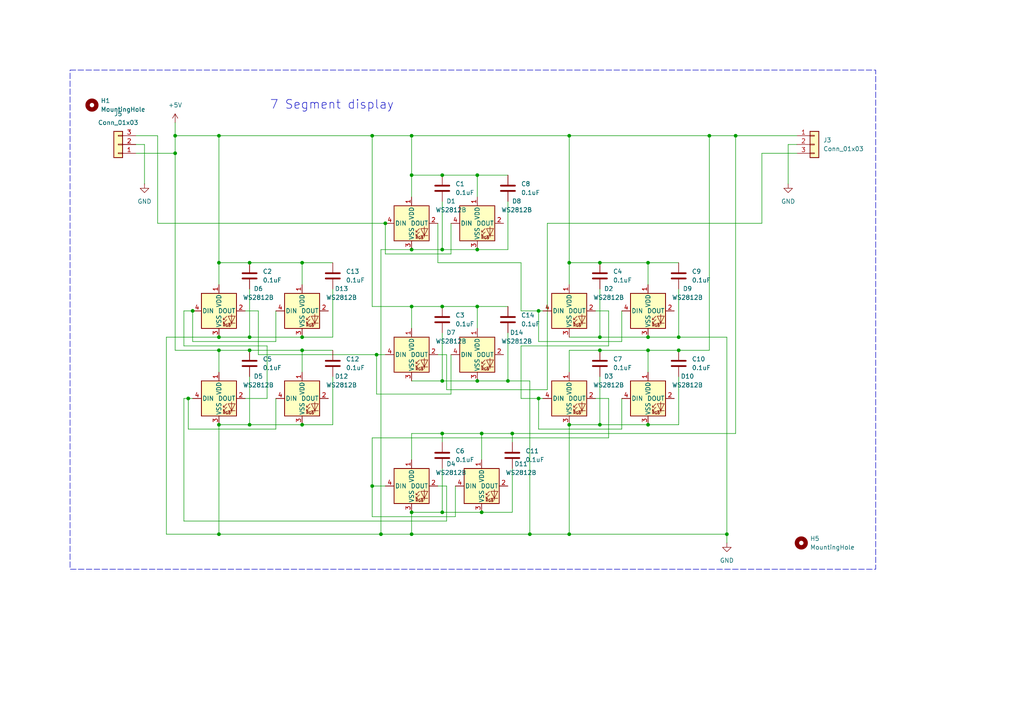
<source format=kicad_sch>
(kicad_sch (version 20250114) (generator "eeschema") (generator_version "9.0")
  (paper "A4")
  (lib_symbols
    (symbol "Connector_Generic:Conn_01x03" (pin_names (offset 1.016) (hide yes))
      (property "Reference" "J" (at 0 5.08 0))
      (property "Value" "Conn_01x03" (at 0 -5.08 0))
      (symbol "Conn_01x03_1_1"
        (rectangle (start -1.27 3.81) (end 1.27 -3.81) (stroke (width 0.254)) (fill (type background)))
        (rectangle (start -1.27 2.667) (end 0 2.413) (stroke (width 0.1524)))
        (rectangle (start -1.27 0.127) (end 0 -0.127) (stroke (width 0.1524)))
        (rectangle (start -1.27 -2.413) (end 0 -2.667) (stroke (width 0.1524)))
        (pin passive line (at -5.08 2.54 0) (length 3.81) (name "Pin_1") (number "1"))
        (pin passive line (at -5.08 0 0) (length 3.81) (name "Pin_2") (number "2"))
        (pin passive line (at -5.08 -2.54 0) (length 3.81) (name "Pin_3") (number "3"))
      )
    )
    (symbol "Device:C" (pin_numbers (hide yes)) (pin_names (offset 0.254))
      (property "Reference" "C" (at 0.635 2.54 0))
      (property "Value" "C" (at 0.635 -2.54 0))
      (symbol "C_0_1"
        (polyline (pts (xy -2.032 0.762) (xy 2.032 0.762)) (stroke (width 0.508)))
        (polyline (pts (xy -2.032 -0.762) (xy 2.032 -0.762)) (stroke (width 0.508)))
      )
      (symbol "C_1_1"
        (pin passive line (at 0 3.81 270) (length 2.794) (name "~") (number "1"))
        (pin passive line (at 0 -3.81 90) (length 2.794) (name "~") (number "2"))
      )
    )
    (symbol "LED:WS2812B" (pin_names (offset 0.254))
      (property "Reference" "D" (at 5.08 5.715 0))
      (property "Value" "WS2812B" (at 1.27 -5.715 0))
      (symbol "WS2812B_0_0"
        (text "RGB" (at 2.286 -4.191 0) (effects (font (size 0.762 0.762))))
      )
      (symbol "WS2812B_0_1"
        (polyline (pts (xy 1.27 -2.54) (xy 1.778 -2.54)))
        (polyline (pts (xy 1.27 -3.556) (xy 1.778 -3.556)))
        (polyline (pts (xy 2.286 -1.524) (xy 1.27 -2.54) (xy 1.27 -2.032)))
        (polyline (pts (xy 2.286 -2.54) (xy 1.27 -3.556) (xy 1.27 -3.048)))
        (polyline (pts (xy 3.683 -1.016) (xy 3.683 -3.556) (xy 3.683 -4.064)))
        (polyline (pts (xy 4.699 -1.524) (xy 2.667 -1.524) (xy 3.683 -3.556) (xy 4.699 -1.524)))
        (polyline (pts (xy 4.699 -3.556) (xy 2.667 -3.556)))
        (rectangle (start 5.08 5.08) (end -5.08 -5.08) (stroke (width 0.254)) (fill (type background)))
      )
      (symbol "WS2812B_1_1"
        (pin input line (at -7.62 0 0) (length 2.54) (name "DIN") (number "4"))
        (pin power_in line (at 0 7.62 270) (length 2.54) (name "VDD") (number "1"))
        (pin power_in line (at 0 -7.62 90) (length 2.54) (name "VSS") (number "3"))
        (pin output line (at 7.62 0 180) (length 2.54) (name "DOUT") (number "2"))
      )
    )
    (symbol "Mechanical:MountingHole" (pin_names (offset 1.016)) (in_bom no)
      (property "Reference" "H" (at 0 5.08 0))
      (property "Value" "MountingHole" (at 0 3.175 0))
      (symbol "MountingHole_0_1"
        (circle (center 0 0) (radius 1.27) (stroke (width 1.27)))
      )
    )
    (symbol "power:+5V" (power) (pin_numbers (hide yes)) (pin_names (offset 0) (hide yes))
      (property "Value" "+5V" (at 0 3.556 0))
      (symbol "+5V_0_1"
        (polyline (pts (xy -0.762 1.27) (xy 0 2.54)))
        (polyline (pts (xy 0 2.54) (xy 0.762 1.27)))
        (polyline (pts (xy 0 0) (xy 0 2.54)))
      )
      (symbol "+5V_1_1"
        (pin power_in line (at 0 0 90) (length 0) (name "~") (number "1"))
      )
    )
    (symbol "power:GND" (power) (pin_numbers (hide yes)) (pin_names (offset 0) (hide yes))
      (property "Value" "GND" (at 0 -3.81 0))
      (symbol "GND_0_1"
        (polyline (pts (xy 0 0) (xy 0 -1.27) (xy 1.27 -1.27) (xy 0 -2.54) (xy -1.27 -1.27) (xy 0 -1.27)))
      )
      (symbol "GND_1_1"
        (pin power_in line (at 0 0 270) (length 0) (name "~") (number "1"))
      )
    )
  )
  (rectangle (start 20.32 20.32) (end 254 165.1) (stroke (width 0) (type dash)))
  (text "7 Segment display" (at 96.266 30.48 0) (effects (font (size 2.54 2.54))))
  (junction (at 173.99 97.79))
  (junction (at 187.96 76.2))
  (junction (at 87.63 123.19))
  (junction (at 187.96 123.19))
  (junction (at 107.95 39.37))
  (junction (at 72.39 76.2))
  (junction (at 128.27 50.8))
  (junction (at 138.43 110.49))
  (junction (at 128.27 72.39))
  (junction (at 156.21 90.17))
  (junction (at 147.32 110.49))
  (junction (at 205.74 39.37))
  (junction (at 165.1 39.37))
  (junction (at 128.27 148.59))
  (junction (at 63.5 76.2))
  (junction (at 153.67 154.94))
  (junction (at 148.59 125.73))
  (junction (at 63.5 154.94))
  (junction (at 63.5 39.37))
  (junction (at 87.63 97.79))
  (junction (at 138.43 88.9))
  (junction (at 213.36 39.37))
  (junction (at 196.85 101.6))
  (junction (at 139.7 125.73))
  (junction (at 55.88 90.17))
  (junction (at 109.22 102.87))
  (junction (at 128.27 110.49))
  (junction (at 119.38 154.94))
  (junction (at 138.43 72.39))
  (junction (at 173.99 76.2))
  (junction (at 50.8 44.45))
  (junction (at 107.95 140.97))
  (junction (at 72.39 123.19))
  (junction (at 119.38 39.37))
  (junction (at 50.8 39.37))
  (junction (at 87.63 101.6))
  (junction (at 63.5 101.6))
  (junction (at 210.82 154.94))
  (junction (at 138.43 50.8))
  (junction (at 128.27 125.73))
  (junction (at 139.7 148.59))
  (junction (at 119.38 50.8))
  (junction (at 196.85 97.79))
  (junction (at 119.38 88.9))
  (junction (at 119.38 148.59))
  (junction (at 156.21 115.57))
  (junction (at 54.61 115.57))
  (junction (at 63.5 97.79))
  (junction (at 87.63 76.2))
  (junction (at 187.96 101.6))
  (junction (at 128.27 88.9))
  (junction (at 187.96 97.79))
  (junction (at 63.5 123.19))
  (junction (at 110.49 154.94))
  (junction (at 72.39 101.6))
  (junction (at 165.1 76.2))
  (junction (at 119.38 72.39))
  (junction (at 165.1 154.94))
  (junction (at 165.1 123.19))
  (junction (at 72.39 97.79))
  (junction (at 173.99 101.6))
  (junction (at 173.99 123.19))
  (junction (at 111.76 64.77))
  (wire (pts (xy 74.93 102.87) (xy 109.22 102.87)))
  (wire (pts (xy 72.39 76.2) (xy 87.63 76.2)))
  (wire (pts (xy 128.27 135.89) (xy 128.27 148.59)))
  (wire (pts (xy 196.85 109.22) (xy 196.85 123.19)))
  (wire (pts (xy 107.95 140.97) (xy 107.95 149.86)))
  (wire (pts (xy 151.13 90.17) (xy 156.21 90.17)))
  (wire (pts (xy 138.43 88.9) (xy 138.43 95.25)))
  (wire (pts (xy 151.13 90.17) (xy 151.13 76.2)))
  (wire (pts (xy 74.93 90.17) (xy 74.93 102.87)))
  (wire (pts (xy 53.34 151.13) (xy 129.54 151.13)))
  (wire (pts (xy 138.43 72.39) (xy 147.32 72.39)))
  (wire (pts (xy 213.36 39.37) (xy 231.14 39.37)))
  (wire (pts (xy 187.96 97.79) (xy 196.85 97.79)))
  (wire (pts (xy 156.21 90.17) (xy 156.21 99.06)))
  (wire (pts (xy 80.01 124.46) (xy 80.01 115.57)))
  (wire (pts (xy 80.01 99.06) (xy 80.01 90.17)))
  (wire (pts (xy 187.96 76.2) (xy 187.96 82.55)))
  (wire (pts (xy 228.6 41.91) (xy 228.6 53.34)))
  (wire (pts (xy 41.91 41.91) (xy 41.91 53.34)))
  (wire (pts (xy 165.1 76.2) (xy 165.1 82.55)))
  (wire (pts (xy 153.67 154.94) (xy 165.1 154.94)))
  (wire (pts (xy 151.13 100.33) (xy 151.13 115.57)))
  (wire (pts (xy 173.99 123.19) (xy 165.1 123.19)))
  (wire (pts (xy 63.5 39.37) (xy 63.5 76.2)))
  (wire (pts (xy 45.72 64.77) (xy 111.76 64.77)))
  (wire (pts (xy 128.27 148.59) (xy 119.38 148.59)))
  (wire (pts (xy 176.53 100.33) (xy 151.13 100.33)))
  (wire (pts (xy 139.7 133.35) (xy 139.7 125.73)))
  (wire (pts (xy 148.59 148.59) (xy 139.7 148.59)))
  (wire (pts (xy 119.38 154.94) (xy 153.67 154.94)))
  (wire (pts (xy 48.26 97.79) (xy 48.26 154.94)))
  (wire (pts (xy 153.67 110.49) (xy 153.67 154.94)))
  (wire (pts (xy 107.95 140.97) (xy 111.76 140.97)))
  (wire (pts (xy 147.32 72.39) (xy 147.32 58.42)))
  (wire (pts (xy 187.96 101.6) (xy 196.85 101.6)))
  (wire (pts (xy 96.52 109.22) (xy 96.52 123.19)))
  (wire (pts (xy 53.34 90.17) (xy 55.88 90.17)))
  (wire (pts (xy 156.21 99.06) (xy 180.34 99.06)))
  (wire (pts (xy 110.49 72.39) (xy 110.49 154.94)))
  (wire (pts (xy 110.49 154.94) (xy 119.38 154.94)))
  (wire (pts (xy 173.99 97.79) (xy 187.96 97.79)))
  (wire (pts (xy 128.27 110.49) (xy 138.43 110.49)))
  (wire (pts (xy 205.74 39.37) (xy 213.36 39.37)))
  (wire (pts (xy 128.27 125.73) (xy 128.27 128.27)))
  (wire (pts (xy 138.43 110.49) (xy 147.32 110.49)))
  (wire (pts (xy 54.61 124.46) (xy 80.01 124.46)))
  (wire (pts (xy 77.47 100.33) (xy 77.47 115.57)))
  (wire (pts (xy 196.85 101.6) (xy 205.74 101.6)))
  (wire (pts (xy 158.75 64.77) (xy 220.98 64.77)))
  (wire (pts (xy 119.38 125.73) (xy 128.27 125.73)))
  (wire (pts (xy 72.39 109.22) (xy 72.39 123.19)))
  (wire (pts (xy 158.75 64.77) (xy 158.75 113.03)))
  (wire (pts (xy 151.13 115.57) (xy 156.21 115.57)))
  (wire (pts (xy 196.85 97.79) (xy 210.82 97.79)))
  (wire (pts (xy 50.8 44.45) (xy 50.8 101.6)))
  (wire (pts (xy 210.82 97.79) (xy 210.82 154.94)))
  (wire (pts (xy 72.39 101.6) (xy 87.63 101.6)))
  (wire (pts (xy 180.34 99.06) (xy 180.34 90.17)))
  (wire (pts (xy 109.22 102.87) (xy 111.76 102.87)))
  (wire (pts (xy 63.5 39.37) (xy 107.95 39.37)))
  (wire (pts (xy 148.59 125.73) (xy 148.59 128.27)))
  (wire (pts (xy 148.59 125.73) (xy 213.36 125.73)))
  (wire (pts (xy 156.21 124.46) (xy 180.34 124.46)))
  (wire (pts (xy 220.98 64.77) (xy 220.98 44.45)))
  (wire (pts (xy 220.98 44.45) (xy 231.14 44.45)))
  (wire (pts (xy 165.1 97.79) (xy 173.99 97.79)))
  (wire (pts (xy 53.34 151.13) (xy 53.34 115.57)))
  (wire (pts (xy 72.39 83.82) (xy 72.39 97.79)))
  (wire (pts (xy 187.96 101.6) (xy 187.96 107.95)))
  (wire (pts (xy 72.39 97.79) (xy 87.63 97.79)))
  (wire (pts (xy 173.99 123.19) (xy 187.96 123.19)))
  (wire (pts (xy 107.95 149.86) (xy 132.08 149.86)))
  (wire (pts (xy 187.96 76.2) (xy 196.85 76.2)))
  (wire (pts (xy 71.12 90.17) (xy 74.93 90.17)))
  (wire (pts (xy 165.1 123.19) (xy 165.1 154.94)))
  (wire (pts (xy 138.43 50.8) (xy 138.43 57.15)))
  (wire (pts (xy 50.8 35.56) (xy 50.8 39.37)))
  (wire (pts (xy 158.75 113.03) (xy 129.54 113.03)))
  (wire (pts (xy 231.14 41.91) (xy 228.6 41.91)))
  (wire (pts (xy 96.52 97.79) (xy 87.63 97.79)))
  (wire (pts (xy 128.27 88.9) (xy 138.43 88.9)))
  (wire (pts (xy 63.5 101.6) (xy 63.5 107.95)))
  (wire (pts (xy 130.81 73.66) (xy 130.81 64.77)))
  (wire (pts (xy 176.53 115.57) (xy 176.53 127)))
  (wire (pts (xy 119.38 72.39) (xy 110.49 72.39)))
  (wire (pts (xy 63.5 101.6) (xy 72.39 101.6)))
  (wire (pts (xy 111.76 73.66) (xy 130.81 73.66)))
  (wire (pts (xy 173.99 83.82) (xy 173.99 97.79)))
  (wire (pts (xy 138.43 50.8) (xy 147.32 50.8)))
  (wire (pts (xy 87.63 76.2) (xy 87.63 82.55)))
  (wire (pts (xy 54.61 115.57) (xy 54.61 124.46)))
  (wire (pts (xy 72.39 123.19) (xy 63.5 123.19)))
  (wire (pts (xy 173.99 109.22) (xy 173.99 123.19)))
  (wire (pts (xy 165.1 101.6) (xy 165.1 107.95)))
  (wire (pts (xy 111.76 64.77) (xy 111.76 73.66)))
  (wire (pts (xy 127 102.87) (xy 129.54 102.87)))
  (wire (pts (xy 53.34 115.57) (xy 54.61 115.57)))
  (wire (pts (xy 128.27 58.42) (xy 128.27 72.39)))
  (wire (pts (xy 132.08 149.86) (xy 132.08 140.97)))
  (wire (pts (xy 107.95 127) (xy 176.53 127)))
  (wire (pts (xy 156.21 115.57) (xy 157.48 115.57)))
  (wire (pts (xy 148.59 135.89) (xy 148.59 148.59)))
  (wire (pts (xy 165.1 76.2) (xy 173.99 76.2)))
  (wire (pts (xy 55.88 90.17) (xy 55.88 99.06)))
  (wire (pts (xy 109.22 102.87) (xy 109.22 114.3)))
  (wire (pts (xy 127 140.97) (xy 129.54 140.97)))
  (wire (pts (xy 173.99 76.2) (xy 187.96 76.2)))
  (wire (pts (xy 139.7 125.73) (xy 148.59 125.73)))
  (wire (pts (xy 129.54 140.97) (xy 129.54 151.13)))
  (wire (pts (xy 50.8 39.37) (xy 50.8 44.45)))
  (wire (pts (xy 151.13 76.2) (xy 127 76.2)))
  (wire (pts (xy 50.8 39.37) (xy 63.5 39.37)))
  (wire (pts (xy 107.95 39.37) (xy 119.38 39.37)))
  (wire (pts (xy 128.27 50.8) (xy 138.43 50.8)))
  (wire (pts (xy 119.38 50.8) (xy 119.38 57.15)))
  (wire (pts (xy 119.38 39.37) (xy 165.1 39.37)))
  (wire (pts (xy 119.38 133.35) (xy 119.38 125.73)))
  (wire (pts (xy 119.38 148.59) (xy 119.38 154.94)))
  (wire (pts (xy 128.27 72.39) (xy 138.43 72.39)))
  (wire (pts (xy 156.21 90.17) (xy 157.48 90.17)))
  (wire (pts (xy 77.47 100.33) (xy 53.34 100.33)))
  (wire (pts (xy 128.27 148.59) (xy 139.7 148.59)))
  (wire (pts (xy 63.5 76.2) (xy 72.39 76.2)))
  (wire (pts (xy 63.5 76.2) (xy 63.5 82.55)))
  (wire (pts (xy 63.5 154.94) (xy 110.49 154.94)))
  (wire (pts (xy 39.37 44.45) (xy 50.8 44.45)))
  (wire (pts (xy 53.34 100.33) (xy 53.34 90.17)))
  (wire (pts (xy 87.63 101.6) (xy 87.63 107.95)))
  (wire (pts (xy 172.72 90.17) (xy 176.53 90.17)))
  (wire (pts (xy 205.74 39.37) (xy 205.74 101.6)))
  (wire (pts (xy 63.5 97.79) (xy 48.26 97.79)))
  (wire (pts (xy 48.26 154.94) (xy 63.5 154.94)))
  (wire (pts (xy 119.38 39.37) (xy 119.38 50.8)))
  (wire (pts (xy 196.85 123.19) (xy 187.96 123.19)))
  (wire (pts (xy 128.27 96.52) (xy 128.27 110.49)))
  (wire (pts (xy 54.61 115.57) (xy 55.88 115.57)))
  (wire (pts (xy 128.27 125.73) (xy 139.7 125.73)))
  (wire (pts (xy 173.99 101.6) (xy 187.96 101.6)))
  (wire (pts (xy 147.32 96.52) (xy 147.32 110.49)))
  (wire (pts (xy 63.5 123.19) (xy 63.5 154.94)))
  (wire (pts (xy 165.1 39.37) (xy 165.1 76.2)))
  (wire (pts (xy 119.38 88.9) (xy 107.95 88.9)))
  (wire (pts (xy 72.39 97.79) (xy 63.5 97.79)))
  (wire (pts (xy 130.81 114.3) (xy 130.81 102.87)))
  (wire (pts (xy 210.82 154.94) (xy 210.82 157.48)))
  (wire (pts (xy 165.1 154.94) (xy 210.82 154.94)))
  (wire (pts (xy 180.34 124.46) (xy 180.34 115.57)))
  (wire (pts (xy 196.85 83.82) (xy 196.85 97.79)))
  (wire (pts (xy 127 76.2) (xy 127 64.77)))
  (wire (pts (xy 107.95 39.37) (xy 107.95 88.9)))
  (wire (pts (xy 96.52 123.19) (xy 87.63 123.19)))
  (wire (pts (xy 128.27 72.39) (xy 119.38 72.39)))
  (wire (pts (xy 63.5 101.6) (xy 50.8 101.6)))
  (wire (pts (xy 107.95 127) (xy 107.95 140.97)))
  (wire (pts (xy 165.1 101.6) (xy 173.99 101.6)))
  (wire (pts (xy 87.63 76.2) (xy 96.52 76.2)))
  (wire (pts (xy 213.36 39.37) (xy 213.36 125.73)))
  (wire (pts (xy 129.54 113.03) (xy 129.54 102.87)))
  (wire (pts (xy 96.52 83.82) (xy 96.52 97.79)))
  (wire (pts (xy 176.53 90.17) (xy 176.53 100.33)))
  (wire (pts (xy 45.72 39.37) (xy 45.72 64.77)))
  (wire (pts (xy 72.39 123.19) (xy 87.63 123.19)))
  (wire (pts (xy 109.22 114.3) (xy 130.81 114.3)))
  (wire (pts (xy 71.12 115.57) (xy 77.47 115.57)))
  (wire (pts (xy 165.1 39.37) (xy 205.74 39.37)))
  (wire (pts (xy 138.43 88.9) (xy 147.32 88.9)))
  (wire (pts (xy 172.72 115.57) (xy 176.53 115.57)))
  (wire (pts (xy 156.21 115.57) (xy 156.21 124.46)))
  (wire (pts (xy 147.32 110.49) (xy 153.67 110.49)))
  (wire (pts (xy 119.38 110.49) (xy 128.27 110.49)))
  (wire (pts (xy 55.88 99.06) (xy 80.01 99.06)))
  (wire (pts (xy 119.38 50.8) (xy 128.27 50.8)))
  (wire (pts (xy 87.63 101.6) (xy 96.52 101.6)))
  (wire (pts (xy 119.38 88.9) (xy 119.38 95.25)))
  (wire (pts (xy 39.37 41.91) (xy 41.91 41.91)))
  (wire (pts (xy 119.38 88.9) (xy 128.27 88.9)))
  (wire (pts (xy 39.37 39.37) (xy 45.72 39.37)))
  (symbol (lib_id "Device:C") (at 72.39 105.41 0) (unit 1)
    (property "Reference" "C5" (at 76.2 104.1399 0) (effects (justify left)))
    (property "Value" "0.1uF" (at 76.2 106.6799 0) (effects (justify left)))
    (property "Footprint" "Capacitor_SMD:C_0805_2012Metric_Pad1.18x1.45mm_HandSolder" (effects (hide yes)))
    (property "Description" "Unpolarized capacitor" (effects (hide yes)))
  )
  (symbol (lib_id "Device:C") (at 128.27 132.08 0) (unit 1)
    (property "Reference" "C6" (at 132.08 130.8099 0) (effects (justify left)))
    (property "Value" "0.1uF" (at 132.08 133.3499 0) (effects (justify left)))
    (property "Footprint" "Capacitor_SMD:C_0805_2012Metric_Pad1.18x1.45mm_HandSolder" (effects (hide yes)))
    (property "Description" "Unpolarized capacitor" (effects (hide yes)))
  )
  (symbol (lib_id "Mechanical:MountingHole") (at 26.67 30.48 0) (unit 1) (in_bom no)
    (property "Reference" "H1" (at 29.21 29.2099 0) (effects (justify left)))
    (property "Value" "MountingHole" (at 29.21 31.7499 0) (effects (justify left)))
    (property "Footprint" "MountingHole:MountingHole_3.2mm_M3" (effects (hide yes)))
    (property "Description" "Mounting Hole without connection" (effects (hide yes)))
  )
  (symbol (lib_id "Device:C") (at 147.32 92.71 0) (unit 1)
    (property "Reference" "C14" (at 151.13 91.4399 0) (effects (justify left)))
    (property "Value" "0.1uF" (at 151.13 93.9799 0) (effects (justify left)))
    (property "Footprint" "Capacitor_SMD:C_0805_2012Metric_Pad1.18x1.45mm_HandSolder" (effects (hide yes)))
    (property "Description" "Unpolarized capacitor" (effects (hide yes)))
  )
  (symbol (lib_id "LED:WS2812B") (at 138.43 64.77 0) (unit 1)
    (property "Reference" "D8" (at 149.86 58.3498 0))
    (property "Value" "WS2812B" (at 149.86 60.8898 0))
    (property "Footprint" "LED_SMD:LED_WS2812B_PLCC4_5.0x5.0mm_P3.2mm" (effects (hide yes)))
    (property "Datasheet" "https://cdn-shop.adafruit.com/datasheets/WS2812B.pdf" (effects (hide yes)))
    (property "Description" "RGB LED with integrated controller" (effects (hide yes)))
  )
  (symbol (lib_id "Device:C") (at 196.85 105.41 0) (unit 1)
    (property "Reference" "C10" (at 200.66 104.1399 0) (effects (justify left)))
    (property "Value" "0.1uF" (at 200.66 106.6799 0) (effects (justify left)))
    (property "Footprint" "Capacitor_SMD:C_0805_2012Metric_Pad1.18x1.45mm_HandSolder" (effects (hide yes)))
    (property "Description" "Unpolarized capacitor" (effects (hide yes)))
  )
  (symbol (lib_id "Device:C") (at 147.32 54.61 0) (unit 1)
    (property "Reference" "C8" (at 151.13 53.3399 0) (effects (justify left)))
    (property "Value" "0.1uF" (at 151.13 55.8799 0) (effects (justify left)))
    (property "Footprint" "Capacitor_SMD:C_0805_2012Metric_Pad1.18x1.45mm_HandSolder" (effects (hide yes)))
    (property "Description" "Unpolarized capacitor" (effects (hide yes)))
  )
  (symbol (lib_id "LED:WS2812B") (at 187.96 115.57 0) (unit 1)
    (property "Reference" "D10" (at 199.39 109.1498 0))
    (property "Value" "WS2812B" (at 199.39 111.6898 0))
    (property "Footprint" "LED_SMD:LED_WS2812B_PLCC4_5.0x5.0mm_P3.2mm" (effects (hide yes)))
    (property "Datasheet" "https://cdn-shop.adafruit.com/datasheets/WS2812B.pdf" (effects (hide yes)))
    (property "Description" "RGB LED with integrated controller" (effects (hide yes)))
  )
  (symbol (lib_id "LED:WS2812B") (at 138.43 102.87 0) (unit 1)
    (property "Reference" "D14" (at 149.86 96.4498 0))
    (property "Value" "WS2812B" (at 149.86 98.9898 0))
    (property "Footprint" "LED_SMD:LED_WS2812B_PLCC4_5.0x5.0mm_P3.2mm" (effects (hide yes)))
    (property "Datasheet" "https://cdn-shop.adafruit.com/datasheets/WS2812B.pdf" (effects (hide yes)))
    (property "Description" "RGB LED with integrated controller" (effects (hide yes)))
  )
  (symbol (lib_id "LED:WS2812B") (at 119.38 140.97 0) (unit 1)
    (property "Reference" "D4" (at 130.81 134.5498 0))
    (property "Value" "WS2812B" (at 130.81 137.0898 0))
    (property "Footprint" "LED_SMD:LED_WS2812B_PLCC4_5.0x5.0mm_P3.2mm" (effects (hide yes)))
    (property "Datasheet" "https://cdn-shop.adafruit.com/datasheets/WS2812B.pdf" (effects (hide yes)))
    (property "Description" "RGB LED with integrated controller" (effects (hide yes)))
  )
  (symbol (lib_id "LED:WS2812B") (at 165.1 90.17 0) (unit 1)
    (property "Reference" "D2" (at 176.53 83.7498 0))
    (property "Value" "WS2812B" (at 176.53 86.2898 0))
    (property "Footprint" "LED_SMD:LED_WS2812B_PLCC4_5.0x5.0mm_P3.2mm" (effects (hide yes)))
    (property "Datasheet" "https://cdn-shop.adafruit.com/datasheets/WS2812B.pdf" (effects (hide yes)))
    (property "Description" "RGB LED with integrated controller" (effects (hide yes)))
  )
  (symbol (lib_id "LED:WS2812B") (at 87.63 115.57 0) (unit 1)
    (property "Reference" "D12" (at 99.06 109.1498 0))
    (property "Value" "WS2812B" (at 99.06 111.6898 0))
    (property "Footprint" "LED_SMD:LED_WS2812B_PLCC4_5.0x5.0mm_P3.2mm" (effects (hide yes)))
    (property "Datasheet" "https://cdn-shop.adafruit.com/datasheets/WS2812B.pdf" (effects (hide yes)))
    (property "Description" "RGB LED with integrated controller" (effects (hide yes)))
  )
  (symbol (lib_id "Device:C") (at 72.39 80.01 0) (unit 1)
    (property "Reference" "C2" (at 76.2 78.7399 0) (effects (justify left)))
    (property "Value" "0.1uF" (at 76.2 81.2799 0) (effects (justify left)))
    (property "Footprint" "Capacitor_SMD:C_0805_2012Metric_Pad1.18x1.45mm_HandSolder" (effects (hide yes)))
    (property "Description" "Unpolarized capacitor" (effects (hide yes)))
  )
  (symbol (lib_id "Device:C") (at 128.27 92.71 0) (unit 1)
    (property "Reference" "C3" (at 132.08 91.4399 0) (effects (justify left)))
    (property "Value" "0.1uF" (at 132.08 93.9799 0) (effects (justify left)))
    (property "Footprint" "Capacitor_SMD:C_0805_2012Metric_Pad1.18x1.45mm_HandSolder" (effects (hide yes)))
    (property "Description" "Unpolarized capacitor" (effects (hide yes)))
  )
  (symbol (lib_id "LED:WS2812B") (at 63.5 90.17 0) (unit 1)
    (property "Reference" "D6" (at 74.93 83.7498 0))
    (property "Value" "WS2812B" (at 74.93 86.2898 0))
    (property "Footprint" "LED_SMD:LED_WS2812B_PLCC4_5.0x5.0mm_P3.2mm" (effects (hide yes)))
    (property "Datasheet" "https://cdn-shop.adafruit.com/datasheets/WS2812B.pdf" (effects (hide yes)))
    (property "Description" "RGB LED with integrated controller" (effects (hide yes)))
  )
  (symbol (lib_id "LED:WS2812B") (at 119.38 102.87 0) (unit 1)
    (property "Reference" "D7" (at 130.81 96.4498 0))
    (property "Value" "WS2812B" (at 130.81 98.9898 0))
    (property "Footprint" "LED_SMD:LED_WS2812B_PLCC4_5.0x5.0mm_P3.2mm" (effects (hide yes)))
    (property "Datasheet" "https://cdn-shop.adafruit.com/datasheets/WS2812B.pdf" (effects (hide yes)))
    (property "Description" "RGB LED with integrated controller" (effects (hide yes)))
  )
  (symbol (lib_id "power:GND") (at 41.91 53.34 0) (unit 1)
    (property "Reference" "#PWR013" (effects (hide yes)))
    (property "Value" "GND" (at 41.91 58.42 0))
    (property "Description" "Power symbol creates a global label with name \"GND\" , ground" (effects (hide yes)))
  )
  (symbol (lib_id "Connector_Generic:Conn_01x03") (at 236.22 41.91 0) (unit 1)
    (property "Reference" "J3" (at 238.76 40.6399 0) (effects (justify left)))
    (property "Value" "Conn_01x03" (at 238.76 43.1799 0) (effects (justify left)))
    (property "Footprint" "Connector_PinHeader_2.54mm:PinHeader_1x03_P2.54mm_Vertical" (effects (hide yes)))
    (property "Description" "Generic connector, single row, 01x03, script generated (kicad-library-utils/schlib/autogen/connector/)" (effects (hide yes)))
  )
  (symbol (lib_id "LED:WS2812B") (at 63.5 115.57 0) (unit 1)
    (property "Reference" "D5" (at 74.93 109.1498 0))
    (property "Value" "WS2812B" (at 74.93 111.6898 0))
    (property "Footprint" "LED_SMD:LED_WS2812B_PLCC4_5.0x5.0mm_P3.2mm" (effects (hide yes)))
    (property "Datasheet" "https://cdn-shop.adafruit.com/datasheets/WS2812B.pdf" (effects (hide yes)))
    (property "Description" "RGB LED with integrated controller" (effects (hide yes)))
  )
  (symbol (lib_id "Connector_Generic:Conn_01x03") (at 34.29 41.91 180) (unit 1)
    (property "Reference" "J5" (at 34.29 33.02 0))
    (property "Value" "Conn_01x03" (at 34.29 35.56 0))
    (property "Footprint" "Connector_PinHeader_2.54mm:PinHeader_1x03_P2.54mm_Vertical" (effects (hide yes)))
    (property "Description" "Generic connector, single row, 01x03, script generated (kicad-library-utils/schlib/autogen/connector/)" (effects (hide yes)))
  )
  (symbol (lib_id "LED:WS2812B") (at 139.7 140.97 0) (unit 1)
    (property "Reference" "D11" (at 151.13 134.5498 0))
    (property "Value" "WS2812B" (at 151.13 137.0898 0))
    (property "Footprint" "LED_SMD:LED_WS2812B_PLCC4_5.0x5.0mm_P3.2mm" (effects (hide yes)))
    (property "Datasheet" "https://cdn-shop.adafruit.com/datasheets/WS2812B.pdf" (effects (hide yes)))
    (property "Description" "RGB LED with integrated controller" (effects (hide yes)))
  )
  (symbol (lib_id "power:GND") (at 228.6 53.34 0) (unit 1)
    (property "Reference" "#PWR03" (effects (hide yes)))
    (property "Value" "GND" (at 228.6 58.42 0))
    (property "Description" "Power symbol creates a global label with name \"GND\" , ground" (effects (hide yes)))
  )
  (symbol (lib_id "LED:WS2812B") (at 87.63 90.17 0) (unit 1)
    (property "Reference" "D13" (at 99.06 83.7498 0))
    (property "Value" "WS2812B" (at 99.06 86.2898 0))
    (property "Footprint" "LED_SMD:LED_WS2812B_PLCC4_5.0x5.0mm_P3.2mm" (effects (hide yes)))
    (property "Datasheet" "https://cdn-shop.adafruit.com/datasheets/WS2812B.pdf" (effects (hide yes)))
    (property "Description" "RGB LED with integrated controller" (effects (hide yes)))
  )
  (symbol (lib_id "LED:WS2812B") (at 165.1 115.57 0) (unit 1)
    (property "Reference" "D3" (at 176.53 109.1498 0))
    (property "Value" "WS2812B" (at 176.53 111.6898 0))
    (property "Footprint" "LED_SMD:LED_WS2812B_PLCC4_5.0x5.0mm_P3.2mm" (effects (hide yes)))
    (property "Datasheet" "https://cdn-shop.adafruit.com/datasheets/WS2812B.pdf" (effects (hide yes)))
    (property "Description" "RGB LED with integrated controller" (effects (hide yes)))
  )
  (symbol (lib_id "power:+5V") (at 50.8 35.56 0) (unit 1)
    (property "Reference" "#PWR011" (effects (hide yes)))
    (property "Value" "+5V" (at 50.8 30.48 0))
    (property "Description" "Power symbol creates a global label with name \"+5V\"" (effects (hide yes)))
  )
  (symbol (lib_id "power:GND") (at 210.82 157.48 0) (unit 1)
    (property "Reference" "#PWR01" (effects (hide yes)))
    (property "Value" "GND" (at 210.82 162.56 0))
    (property "Description" "Power symbol creates a global label with name \"GND\" , ground" (effects (hide yes)))
  )
  (symbol (lib_id "Device:C") (at 173.99 80.01 0) (unit 1)
    (property "Reference" "C4" (at 177.8 78.7399 0) (effects (justify left)))
    (property "Value" "0.1uF" (at 177.8 81.2799 0) (effects (justify left)))
    (property "Footprint" "Capacitor_SMD:C_0805_2012Metric_Pad1.18x1.45mm_HandSolder" (effects (hide yes)))
    (property "Description" "Unpolarized capacitor" (effects (hide yes)))
  )
  (symbol (lib_id "Device:C") (at 196.85 80.01 0) (unit 1)
    (property "Reference" "C9" (at 200.66 78.7399 0) (effects (justify left)))
    (property "Value" "0.1uF" (at 200.66 81.2799 0) (effects (justify left)))
    (property "Footprint" "Capacitor_SMD:C_0805_2012Metric_Pad1.18x1.45mm_HandSolder" (effects (hide yes)))
    (property "Description" "Unpolarized capacitor" (effects (hide yes)))
  )
  (symbol (lib_id "LED:WS2812B") (at 187.96 90.17 0) (unit 1)
    (property "Reference" "D9" (at 199.39 83.7498 0))
    (property "Value" "WS2812B" (at 199.39 86.2898 0))
    (property "Footprint" "LED_SMD:LED_WS2812B_PLCC4_5.0x5.0mm_P3.2mm" (effects (hide yes)))
    (property "Datasheet" "https://cdn-shop.adafruit.com/datasheets/WS2812B.pdf" (effects (hide yes)))
    (property "Description" "RGB LED with integrated controller" (effects (hide yes)))
  )
  (symbol (lib_id "Device:C") (at 96.52 80.01 0) (unit 1)
    (property "Reference" "C13" (at 100.33 78.7399 0) (effects (justify left)))
    (property "Value" "0.1uF" (at 100.33 81.2799 0) (effects (justify left)))
    (property "Footprint" "Capacitor_SMD:C_0805_2012Metric_Pad1.18x1.45mm_HandSolder" (effects (hide yes)))
    (property "Description" "Unpolarized capacitor" (effects (hide yes)))
  )
  (symbol (lib_id "Device:C") (at 173.99 105.41 0) (unit 1)
    (property "Reference" "C7" (at 177.8 104.1399 0) (effects (justify left)))
    (property "Value" "0.1uF" (at 177.8 106.6799 0) (effects (justify left)))
    (property "Footprint" "Capacitor_SMD:C_0805_2012Metric_Pad1.18x1.45mm_HandSolder" (effects (hide yes)))
    (property "Description" "Unpolarized capacitor" (effects (hide yes)))
  )
  (symbol (lib_id "LED:WS2812B") (at 119.38 64.77 0) (unit 1)
    (property "Reference" "D1" (at 130.81 58.3498 0))
    (property "Value" "WS2812B" (at 130.81 60.8898 0))
    (property "Footprint" "LED_SMD:LED_WS2812B_PLCC4_5.0x5.0mm_P3.2mm" (effects (hide yes)))
    (property "Datasheet" "https://cdn-shop.adafruit.com/datasheets/WS2812B.pdf" (effects (hide yes)))
    (property "Description" "RGB LED with integrated controller" (effects (hide yes)))
  )
  (symbol (lib_id "Device:C") (at 148.59 132.08 0) (unit 1)
    (property "Reference" "C11" (at 152.4 130.8099 0) (effects (justify left)))
    (property "Value" "0.1uF" (at 152.4 133.3499 0) (effects (justify left)))
    (property "Footprint" "Capacitor_SMD:C_0805_2012Metric_Pad1.18x1.45mm_HandSolder" (effects (hide yes)))
    (property "Description" "Unpolarized capacitor" (effects (hide yes)))
  )
  (symbol (lib_id "Device:C") (at 96.52 105.41 0) (unit 1)
    (property "Reference" "C12" (at 100.33 104.1399 0) (effects (justify left)))
    (property "Value" "0.1uF" (at 100.33 106.6799 0) (effects (justify left)))
    (property "Footprint" "Capacitor_SMD:C_0805_2012Metric_Pad1.18x1.45mm_HandSolder" (effects (hide yes)))
    (property "Description" "Unpolarized capacitor" (effects (hide yes)))
  )
  (symbol (lib_id "Mechanical:MountingHole") (at 232.41 157.48 90) (unit 1) (in_bom no)
    (property "Reference" "H5" (at 234.95 156.2099 90) (effects (justify right)))
    (property "Value" "MountingHole" (at 234.95 158.7499 90) (effects (justify right)))
    (property "Footprint" "MountingHole:MountingHole_3.2mm_M3" (effects (hide yes)))
    (property "Description" "Mounting Hole without connection" (effects (hide yes)))
  )
  (symbol (lib_id "Device:C") (at 128.27 54.61 0) (unit 1)
    (property "Reference" "C1" (at 132.08 53.3399 0) (effects (justify left)))
    (property "Value" "0.1uF" (at 132.08 55.8799 0) (effects (justify left)))
    (property "Footprint" "Capacitor_SMD:C_0805_2012Metric_Pad1.18x1.45mm_HandSolder" (effects (hide yes)))
    (property "Description" "Unpolarized capacitor" (effects (hide yes)))
  )
)
</source>
